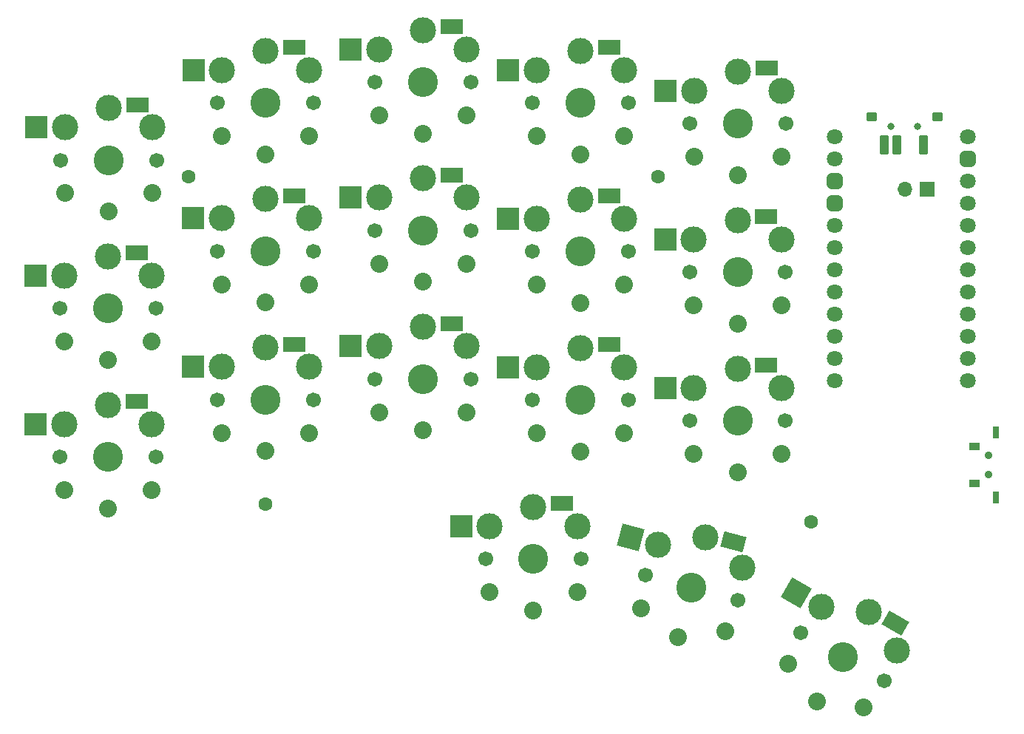
<source format=gbr>
%TF.GenerationSoftware,KiCad,Pcbnew,8.0.4*%
%TF.CreationDate,2024-09-02T16:48:55+07:00*%
%TF.ProjectId,cc36-rounded,63633336-2d72-46f7-956e-6465642e6b69,rev?*%
%TF.SameCoordinates,Original*%
%TF.FileFunction,Soldermask,Top*%
%TF.FilePolarity,Negative*%
%FSLAX46Y46*%
G04 Gerber Fmt 4.6, Leading zero omitted, Abs format (unit mm)*
G04 Created by KiCad (PCBNEW 8.0.4) date 2024-09-02 16:48:55*
%MOMM*%
%LPD*%
G01*
G04 APERTURE LIST*
G04 Aperture macros list*
%AMRoundRect*
0 Rectangle with rounded corners*
0 $1 Rounding radius*
0 $2 $3 $4 $5 $6 $7 $8 $9 X,Y pos of 4 corners*
0 Add a 4 corners polygon primitive as box body*
4,1,4,$2,$3,$4,$5,$6,$7,$8,$9,$2,$3,0*
0 Add four circle primitives for the rounded corners*
1,1,$1+$1,$2,$3*
1,1,$1+$1,$4,$5*
1,1,$1+$1,$6,$7*
1,1,$1+$1,$8,$9*
0 Add four rect primitives between the rounded corners*
20,1,$1+$1,$2,$3,$4,$5,0*
20,1,$1+$1,$4,$5,$6,$7,0*
20,1,$1+$1,$6,$7,$8,$9,0*
20,1,$1+$1,$8,$9,$2,$3,0*%
%AMRotRect*
0 Rectangle, with rotation*
0 The origin of the aperture is its center*
0 $1 length*
0 $2 width*
0 $3 Rotation angle, in degrees counterclockwise*
0 Add horizontal line*
21,1,$1,$2,0,0,$3*%
G04 Aperture macros list end*
%ADD10C,1.701800*%
%ADD11C,3.000000*%
%ADD12C,3.429000*%
%ADD13C,2.032000*%
%ADD14R,2.625000X1.800000*%
%ADD15R,2.600000X2.600000*%
%ADD16RotRect,2.600000X2.600000X330.000000*%
%ADD17RotRect,2.625000X1.800000X330.000000*%
%ADD18RotRect,2.625000X1.800000X345.000000*%
%ADD19RotRect,2.600000X2.600000X345.000000*%
%ADD20C,1.800000*%
%ADD21RoundRect,0.450000X0.450000X0.450000X-0.450000X0.450000X-0.450000X-0.450000X0.450000X-0.450000X0*%
%ADD22C,1.600000*%
%ADD23R,0.800000X1.450000*%
%ADD24R,1.270000X0.900000*%
%ADD25C,0.900000*%
%ADD26O,1.700000X1.700000*%
%ADD27R,1.700000X1.700000*%
%ADD28RoundRect,0.101600X-0.500000X-0.400000X0.500000X-0.400000X0.500000X0.400000X-0.500000X0.400000X0*%
%ADD29RoundRect,0.101600X-0.400000X-1.000000X0.400000X-1.000000X0.400000X1.000000X-0.400000X1.000000X0*%
%ADD30C,0.800000*%
G04 APERTURE END LIST*
D10*
%TO.C,SW12*%
X152440000Y-78440000D03*
D11*
X152940000Y-74690000D03*
X157940000Y-72490000D03*
D12*
X157940000Y-78440000D03*
D11*
X162940000Y-74690000D03*
D10*
X163440000Y-78440000D03*
D13*
X157940000Y-84340000D03*
D14*
X161227500Y-72090000D03*
D15*
X149665000Y-74690000D03*
D13*
X152940000Y-82240000D03*
X162940000Y-82240000D03*
%TD*%
D10*
%TO.C,SW10*%
X116410000Y-73640000D03*
D11*
X116910000Y-69890000D03*
X121910000Y-67690000D03*
D12*
X121910000Y-73640000D03*
D11*
X126910000Y-69890000D03*
D10*
X127410000Y-73640000D03*
D13*
X121910000Y-79540000D03*
D14*
X125197500Y-67290000D03*
D15*
X113635000Y-69890000D03*
D13*
X116910000Y-77440000D03*
X126910000Y-77440000D03*
%TD*%
D10*
%TO.C,SW18*%
X152440000Y-95458000D03*
D11*
X152940001Y-91708000D03*
X157940000Y-89508000D03*
D12*
X157940000Y-95458000D03*
D11*
X162939999Y-91708000D03*
D10*
X163440000Y-95458000D03*
D13*
X157940000Y-101358000D03*
D14*
X161227500Y-89107999D03*
D15*
X149665000Y-91708000D03*
D13*
X152940000Y-99258000D03*
X162940000Y-99258000D03*
%TD*%
D10*
%TO.C,SW15*%
X98370000Y-93028000D03*
D11*
X98870000Y-89278000D03*
X103870000Y-87078000D03*
D12*
X103870000Y-93028000D03*
D11*
X108870000Y-89278000D03*
D10*
X109370000Y-93028000D03*
D13*
X103870000Y-98928000D03*
D14*
X107157500Y-86678000D03*
D15*
X95595000Y-89278000D03*
D13*
X98870000Y-96828000D03*
X108870000Y-96828000D03*
%TD*%
%TO.C,SW21*%
X172400127Y-128301348D03*
X163739873Y-123301349D03*
D16*
X164678640Y-115125356D03*
D17*
X175992059Y-118654940D03*
D13*
X167020000Y-127620000D03*
D10*
X174733140Y-125260451D03*
D11*
X176175127Y-121762856D03*
D12*
X169970000Y-122510451D03*
D11*
X172945000Y-117357600D03*
X167514873Y-116762857D03*
D10*
X165206860Y-119760451D03*
%TD*%
%TO.C,SW20*%
X147374440Y-113137533D03*
D11*
X148827974Y-109644721D03*
X154227005Y-108813779D03*
D12*
X152687032Y-114561038D03*
D11*
X158487233Y-112232911D03*
D10*
X157999624Y-115984543D03*
D13*
X151160000Y-120260000D03*
D18*
X157506014Y-109278277D03*
D19*
X145664567Y-108797089D03*
D13*
X146873890Y-116937461D03*
X156533149Y-119525651D03*
%TD*%
D10*
%TO.C,SW19*%
X129070000Y-111290000D03*
D11*
X129570001Y-107540000D03*
X134570000Y-105340000D03*
D12*
X134570000Y-111290000D03*
D11*
X139569999Y-107540000D03*
D10*
X140070000Y-111290000D03*
D13*
X134570000Y-117190000D03*
D14*
X137857500Y-104939999D03*
D15*
X126295000Y-107540000D03*
D13*
X129570000Y-115090000D03*
X139570000Y-115090000D03*
%TD*%
D10*
%TO.C,SW17*%
X134454000Y-93050000D03*
D11*
X134954000Y-89300000D03*
X139954000Y-87100000D03*
D12*
X139954000Y-93050000D03*
D11*
X144954000Y-89300000D03*
D10*
X145454000Y-93050000D03*
D13*
X139954000Y-98950000D03*
D14*
X143241500Y-86700000D03*
D15*
X131679000Y-89300000D03*
D13*
X134954000Y-96850000D03*
X144954000Y-96850000D03*
%TD*%
D10*
%TO.C,SW16*%
X116410000Y-90658000D03*
D11*
X116910000Y-86908000D03*
X121910000Y-84708000D03*
D12*
X121910000Y-90658000D03*
D11*
X126910000Y-86908000D03*
D10*
X127410000Y-90658000D03*
D13*
X121910000Y-96558000D03*
D14*
X125197500Y-84308000D03*
D15*
X113635000Y-86908000D03*
D13*
X116910000Y-94458000D03*
X126910000Y-94458000D03*
%TD*%
D10*
%TO.C,SW14*%
X80352000Y-99568000D03*
D11*
X80852000Y-95818000D03*
X85852000Y-93618000D03*
D12*
X85852000Y-99568000D03*
D11*
X90852000Y-95818000D03*
D10*
X91352000Y-99568000D03*
D13*
X85852000Y-105468000D03*
D14*
X89139500Y-93218000D03*
D15*
X77577000Y-95818000D03*
D13*
X80852000Y-103368000D03*
X90852000Y-103368000D03*
%TD*%
D10*
%TO.C,SW11*%
X134454000Y-76032000D03*
D11*
X134954000Y-72282000D03*
X139954000Y-70082000D03*
D12*
X139954000Y-76032000D03*
D11*
X144954000Y-72282000D03*
D10*
X145454000Y-76032000D03*
D13*
X139954000Y-81932000D03*
D14*
X143241500Y-69682000D03*
D15*
X131679000Y-72282000D03*
D13*
X134954000Y-79832000D03*
X144954000Y-79832000D03*
%TD*%
D10*
%TO.C,SW9*%
X98370000Y-76010000D03*
D11*
X98870000Y-72260000D03*
X103870000Y-70060000D03*
D12*
X103870000Y-76010000D03*
D11*
X108870000Y-72260000D03*
D10*
X109370000Y-76010000D03*
D13*
X103870000Y-81910000D03*
D14*
X107157500Y-69660000D03*
D15*
X95595000Y-72260000D03*
D13*
X98870000Y-79810000D03*
X108870000Y-79810000D03*
%TD*%
D10*
%TO.C,SW8*%
X80352000Y-82550000D03*
D11*
X80852000Y-78800000D03*
X85852000Y-76600000D03*
D12*
X85852000Y-82550000D03*
D11*
X90852000Y-78800000D03*
D10*
X91352000Y-82550000D03*
D13*
X85852000Y-88450000D03*
D14*
X89139500Y-76200000D03*
D15*
X77577000Y-78800000D03*
D13*
X80852000Y-86350000D03*
X90852000Y-86350000D03*
%TD*%
D10*
%TO.C,SW6*%
X152488000Y-61400000D03*
D11*
X152988000Y-57650000D03*
X157988000Y-55450000D03*
D12*
X157988000Y-61400000D03*
D11*
X162988000Y-57650000D03*
D10*
X163488000Y-61400000D03*
D13*
X157988000Y-67300000D03*
D14*
X161275500Y-55050000D03*
D15*
X149713000Y-57650000D03*
D13*
X152988000Y-65200000D03*
X162988000Y-65200000D03*
%TD*%
D10*
%TO.C,SW5*%
X134454000Y-59020000D03*
D11*
X134954000Y-55270000D03*
X139954000Y-53070000D03*
D12*
X139954000Y-59020000D03*
D11*
X144954000Y-55270000D03*
D10*
X145454000Y-59020000D03*
D13*
X139954000Y-64920000D03*
D14*
X143241500Y-52670000D03*
D15*
X131679000Y-55270000D03*
D13*
X134954000Y-62820000D03*
X144954000Y-62820000D03*
%TD*%
D10*
%TO.C,SW4*%
X116410000Y-56660000D03*
D11*
X116910000Y-52910000D03*
X121910000Y-50710000D03*
D12*
X121910000Y-56660000D03*
D11*
X126910000Y-52910000D03*
D10*
X127410000Y-56660000D03*
D13*
X121910000Y-62560000D03*
D14*
X125197500Y-50310000D03*
D15*
X113635000Y-52910000D03*
D13*
X116910000Y-60460000D03*
X126910000Y-60460000D03*
%TD*%
D10*
%TO.C,SW3*%
X98410000Y-59020000D03*
D11*
X98910000Y-55270000D03*
X103910000Y-53070000D03*
D12*
X103910000Y-59020000D03*
D11*
X108910000Y-55270000D03*
D10*
X109410000Y-59020000D03*
D13*
X103910000Y-64920000D03*
D14*
X107197500Y-52670000D03*
D15*
X95635000Y-55270000D03*
D13*
X98910000Y-62820000D03*
X108910000Y-62820000D03*
%TD*%
D10*
%TO.C,SW2*%
X80410000Y-65580000D03*
D11*
X80910000Y-61830000D03*
X85910000Y-59630000D03*
D12*
X85910000Y-65580000D03*
D11*
X90910000Y-61830000D03*
D10*
X91410000Y-65580000D03*
D13*
X85910000Y-71480000D03*
D14*
X89197500Y-59230000D03*
D15*
X77635000Y-61830000D03*
D13*
X80910000Y-69380000D03*
X90910000Y-69380000D03*
%TD*%
D20*
%TO.C,U1*%
X169060000Y-62920000D03*
X169060000Y-65460000D03*
D21*
X169060000Y-68000000D03*
X169060000Y-70540000D03*
D20*
X169060000Y-73080000D03*
X169060000Y-75620000D03*
X169060000Y-78160000D03*
X169060000Y-80700000D03*
X169060000Y-83240000D03*
X169060000Y-85780000D03*
X169060000Y-88320000D03*
X169060000Y-90860000D03*
X184300000Y-90860000D03*
X184300000Y-88320000D03*
X184300000Y-85780000D03*
X184300000Y-83240000D03*
X184300000Y-80700000D03*
X184300000Y-78160000D03*
X184300000Y-75620000D03*
X184300000Y-73080000D03*
X184300000Y-70540000D03*
X184300000Y-68000000D03*
D21*
X184300000Y-65460000D03*
D20*
X184280000Y-62890000D03*
%TD*%
D22*
%TO.C,H3*%
X148800000Y-67500000D03*
%TD*%
%TO.C,H4*%
X166400000Y-107000000D03*
%TD*%
%TO.C,H1*%
X95100000Y-67490000D03*
%TD*%
D23*
%TO.C,SW_RST1*%
X187550000Y-96799999D03*
X187550000Y-104200001D03*
D24*
X185050000Y-98400000D03*
X185050000Y-102600000D03*
D25*
X186650000Y-99400000D03*
X186650000Y-101600000D03*
%TD*%
D26*
%TO.C,BT1*%
X177129999Y-68900000D03*
D27*
X179670001Y-68900000D03*
%TD*%
D22*
%TO.C,H2*%
X103890000Y-105000000D03*
%TD*%
D28*
%TO.C,SW_POWER1*%
X173300000Y-60600000D03*
X180800000Y-60600000D03*
D29*
X176227000Y-63825001D03*
X179227000Y-63825001D03*
X174727000Y-63825001D03*
D30*
X175550000Y-61725001D03*
X178550000Y-61725001D03*
%TD*%
M02*

</source>
